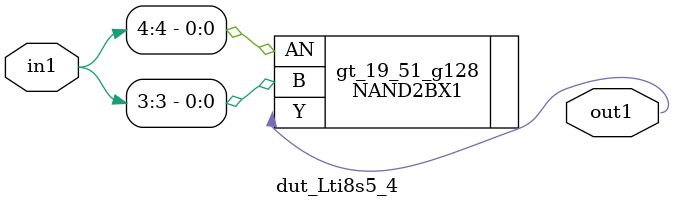
<source format=v>
`timescale 1ps / 1ps


module dut_Lti8s5_4(in1, out1);
  input [4:0] in1;
  output out1;
  wire [4:0] in1;
  wire out1;
  NAND2BX1 gt_19_51_g128(.AN (in1[4]), .B (in1[3]), .Y (out1));
endmodule



</source>
